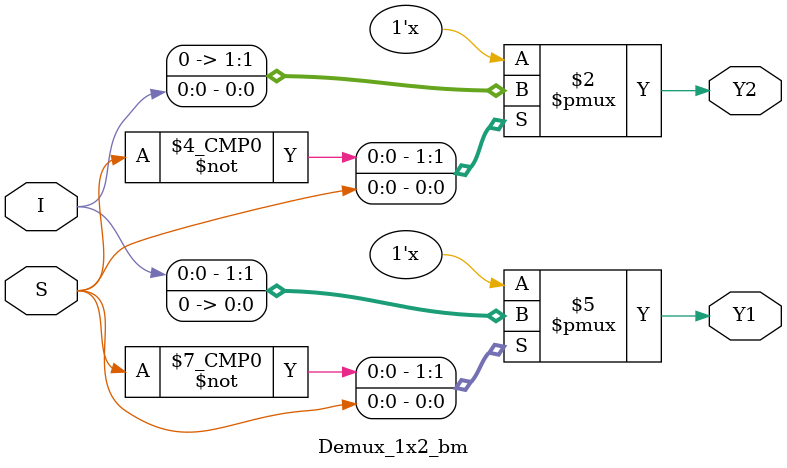
<source format=v>
`timescale 1ns / 1ps


module Demux_1x2_bm(I,S,Y1,Y2);
input I,S;
output reg Y1,Y2;
    always @ (I or S)
    begin
        case(S)
            1'b0: 
            begin
             Y1=I; Y2=0;
             end
            1'b1: 
            begin
            Y1=0; Y2=I;
            end
        endcase    
    end
endmodule

</source>
